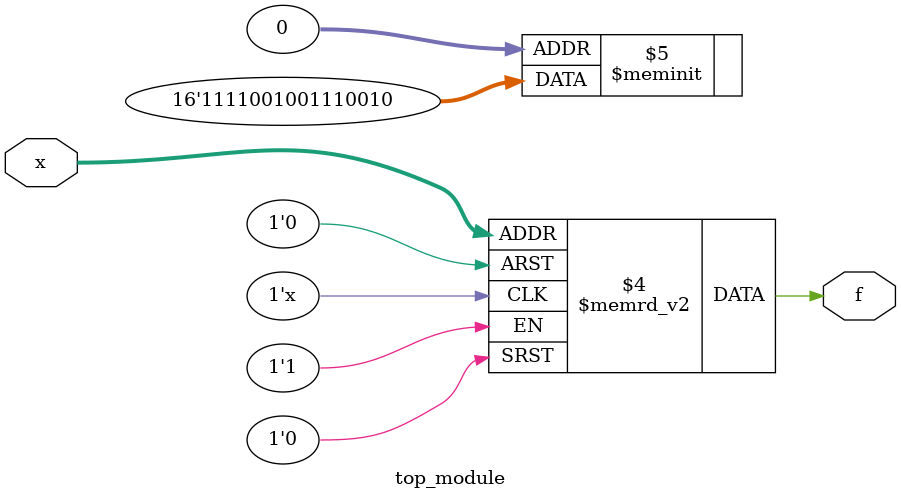
<source format=sv>
module top_module (
    input [4:1] x,
    output logic f
);

always_comb begin
    case (x)
        4'b0001, 4'b0101, 4'b1001, 4'b1101: f = 1'b1;
        4'b0010, 4'b0011, 4'b1000, 4'b1010, 4'b1011: f = 1'b0;
        4'b0100, 4'b0110, 4'b1100, 4'b1110: f = 1'b1;
        4'b1111: f = 1'b1;
        default: f = 1'b0; // Use don't-care as 0
    endcase
end

endmodule

</source>
